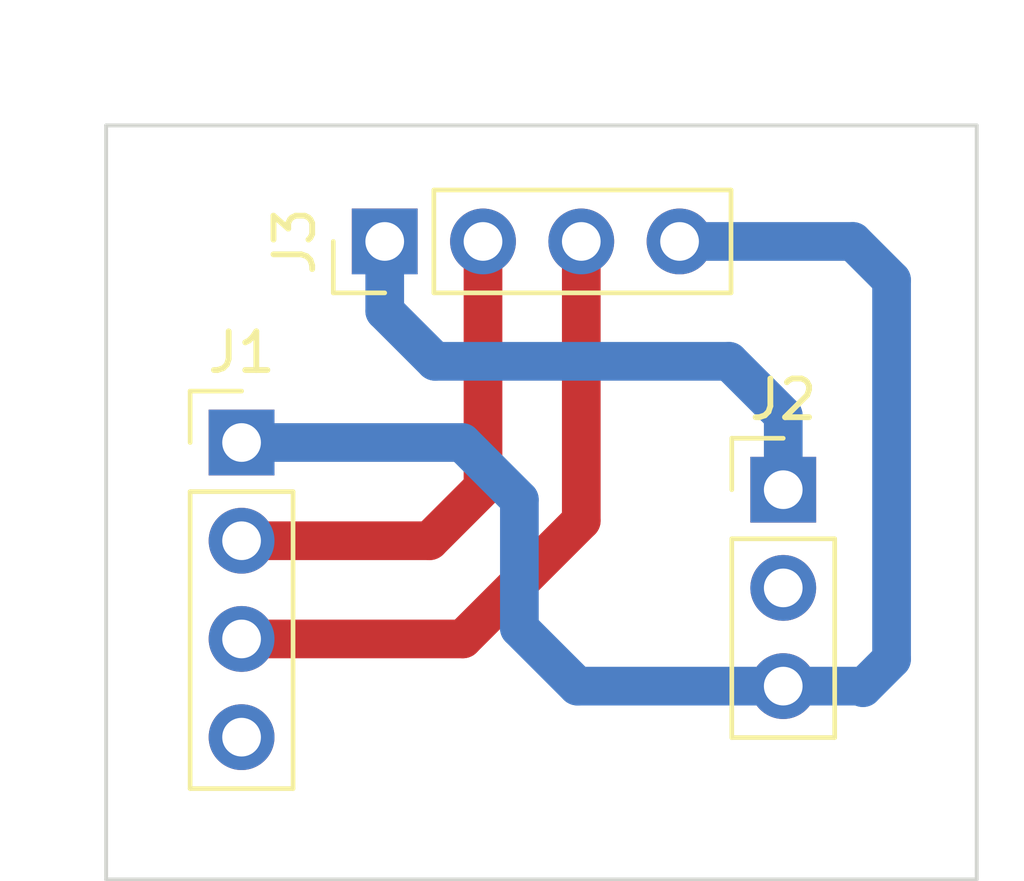
<source format=kicad_pcb>
(kicad_pcb (version 20241229) (generator "pcbnew") (generator_version "9.0")
  (layers (0 "F.Cu" signal) (2 "B.Cu" signal) (13 "F.Paste" user) (15 "B.Paste" user) (5 "F.SilkS" user "F.Silkscreen") (7 "B.SilkS" user "B.Silkscreen") (1 "F.Mask" user) (3 "B.Mask" user) (25 "Edge.Cuts" user))
  (net 0 "")
  (net 1 "DIR1")
  (net 2 "SCL1")
  (net 3 "VCC1")
  (net 4 "SDA1")
  (net 5 "OUT1")
  (net 6 "GPO1")
  (footprint "Connector_PinHeader_2.54mm:PinHeader_1x04_P2.54mm_Vertical" (layer "F.Cu") (at 104.3 53.9 90)
    (property "Reference" "J3" (at 0 -2.33 90) (layer "F.SilkS"))
    (property "Value" "Conn_01x04_Pin")
    (fp_line (start -1.33 -1.33) (end 0 -1.33) (stroke (width 0.12)) (layer "F.SilkS") (net 5374031))
    (fp_line (start -1.33 0) (end -1.33 -1.33) (stroke (width 0.12)) (layer "F.SilkS") (net 5374031))
    (fp_line (start 1.33 1.27) (end 1.33 8.95) (stroke (width 0.12)) (layer "F.SilkS") (net 5374031))
    (fp_line (start -1.33 1.27) (end 1.33 1.27) (stroke (width 0.12)) (layer "F.SilkS") (net 5374031))
    (fp_line (start -1.33 1.27) (end -1.33 8.95) (stroke (width 0.12)) (layer "F.SilkS") (net 5374031))
    (fp_line (start -1.33 8.95) (end 1.33 8.95) (stroke (width 0.12)) (layer "F.SilkS") (net 5374031))
    (pad "1" thru_hole rect (at 0 0 90) (size 1.7 1.7) (drill 1) (layers "*.Cu" "*.Mask") (net 3 "VCC1"))
    (pad "2" thru_hole oval (at 0 2.54 90) (size 1.7 1.7) (drill 1) (layers "*.Cu" "*.Mask") (net 2 "SCL1"))
    (pad "3" thru_hole oval (at 0 5.08 90) (size 1.7 1.7) (drill 1) (layers "*.Cu" "*.Mask") (net 4 "SDA1"))
    (pad "4" thru_hole oval (at 0 7.62 90) (size 1.7 1.7) (drill 1) (layers "*.Cu" "*.Mask") (net 1 "DIR1"))
  )
  (footprint "Connector_PinHeader_2.54mm:PinHeader_1x03_P2.54mm_Vertical" (layer "F.Cu") (at 114.6 60.32)
    (property "Reference" "J2" (at 0 -2.33 0) (layer "F.SilkS"))
    (property "Value" "Conn_01x03_Pin")
    (fp_line (start -1.33 -1.33) (end 0 -1.33) (stroke (width 0.12)) (layer "F.SilkS") (net 5374031))
    (fp_line (start -1.33 0) (end -1.33 -1.33) (stroke (width 0.12)) (layer "F.SilkS") (net 5374031))
    (fp_line (start -1.33 1.27) (end -1.33 6.41) (stroke (width 0.12)) (layer "F.SilkS") (net 5374031))
    (fp_line (start -1.33 1.27) (end 1.33 1.27) (stroke (width 0.12)) (layer "F.SilkS") (net 5374031))
    (fp_line (start -1.33 6.41) (end 1.33 6.41) (stroke (width 0.12)) (layer "F.SilkS") (net 5374031))
    (fp_line (start 1.33 1.27) (end 1.33 6.41) (stroke (width 0.12)) (layer "F.SilkS") (net 5374031))
    (pad "1" thru_hole rect (at 0 0) (size 1.7 1.7) (drill 1) (layers "*.Cu" "*.Mask") (net 3 "VCC1"))
    (pad "2" thru_hole oval (at 0 2.54) (size 1.7 1.7) (drill 1) (layers "*.Cu" "*.Mask") (net 5 "OUT1"))
    (pad "3" thru_hole oval (at 0 5.08) (size 1.7 1.7) (drill 1) (layers "*.Cu" "*.Mask") (net 1 "DIR1"))
  )
  (footprint "Connector_PinHeader_2.54mm:PinHeader_1x04_P2.54mm_Vertical" (layer "F.Cu") (at 100.6 59.1)
    (property "Reference" "J1" (at 0 -2.33 0) (layer "F.SilkS"))
    (property "Value" "Conn_01x04_Pin")
    (fp_line (start -1.33 -1.33) (end 0 -1.33) (stroke (width 0.12)) (layer "F.SilkS") (net 5374031))
    (fp_line (start -1.33 0) (end -1.33 -1.33) (stroke (width 0.12)) (layer "F.SilkS") (net 5374031))
    (fp_line (start -1.33 1.27) (end -1.33 8.95) (stroke (width 0.12)) (layer "F.SilkS") (net 5374031))
    (fp_line (start -1.33 1.27) (end 1.33 1.27) (stroke (width 0.12)) (layer "F.SilkS") (net 5374031))
    (fp_line (start -1.33 8.95) (end 1.33 8.95) (stroke (width 0.12)) (layer "F.SilkS") (net 5374031))
    (fp_line (start 1.33 1.27) (end 1.33 8.95) (stroke (width 0.12)) (layer "F.SilkS") (net 5374031))
    (pad "1" thru_hole rect (at 0 0) (size 1.7 1.7) (drill 1) (layers "*.Cu" "*.Mask") (net 1 "DIR1"))
    (pad "2" thru_hole oval (at 0 2.54) (size 1.7 1.7) (drill 1) (layers "*.Cu" "*.Mask") (net 2 "SCL1"))
    (pad "3" thru_hole oval (at 0 5.08) (size 1.7 1.7) (drill 1) (layers "*.Cu" "*.Mask") (net 4 "SDA1"))
    (pad "4" thru_hole oval (at 0 7.62) (size 1.7 1.7) (drill 1) (layers "*.Cu" "*.Mask") (net 6 "GPO1"))
  )
  (gr_line (start 119.6 50.9) (end 97.1 50.9) (stroke (width 0.1)) (layer "Edge.Cuts"))
  (gr_line (start 97.1 50.9) (end 97.1 70.4) (stroke (width 0.1)) (layer "Edge.Cuts"))
  (gr_line (start 97.1 70.4) (end 119.6 70.4) (stroke (width 0.1)) (layer "Edge.Cuts"))
  (gr_line (start 119.6 70.4) (end 119.6 50.9) (stroke (width 0.1)) (layer "Edge.Cuts"))
  (segment (start 107.78 60.58) (end 106.3 59.1) (width 1) (layer "B.Cu") (net 1))
  (segment (start 117.4 54.9) (end 116.4 53.9) (width 1) (layer "B.Cu") (net 1))
  (segment (start 106.3 59.1) (end 100.6 59.1) (width 1) (layer "B.Cu") (net 1))
  (segment (start 116.4 53.9) (end 111.92 53.9) (width 1) (layer "B.Cu") (net 1))
  (segment (start 107.78 63.9) (end 107.78 60.58) (width 1) (layer "B.Cu") (net 1))
  (segment (start 109.28 65.4) (end 107.78 63.9) (width 1) (layer "B.Cu") (net 1))
  (segment (start 117.4 64.7) (end 117.4 54.9) (width 1) (layer "B.Cu") (net 1))
  (segment (start 116.66 65.44) (end 116.62 65.4) (width 1) (layer "B.Cu") (net 1))
  (segment (start 116.62 65.4) (end 114.6 65.4) (width 1) (layer "B.Cu") (net 1))
  (segment (start 116.66 65.44) (end 117.4 64.7) (width 1) (layer "B.Cu") (net 1))
  (segment (start 114.6 65.4) (end 109.28 65.4) (width 1) (layer "B.Cu") (net 1))
  (segment (start 106.84 60.26) (end 105.46 61.64) (width 1) (layer "F.Cu") (net 2))
  (segment (start 106.84 53.9) (end 106.84 60.26) (width 1) (layer "F.Cu") (net 2))
  (segment (start 105.46 61.64) (end 100.6 61.64) (width 1) (layer "F.Cu") (net 2))
  (segment (start 105.6 57) (end 113.2 57) (width 1) (layer "B.Cu") (net 3))
  (segment (start 114.6 58.4) (end 114.6 60.32) (width 1) (layer "B.Cu") (net 3))
  (segment (start 104.3 53.9) (end 104.3 55.7) (width 1) (layer "B.Cu") (net 3))
  (segment (start 113.2 57) (end 114.6 58.4) (width 1) (layer "B.Cu") (net 3))
  (segment (start 104.3 55.7) (end 105.6 57) (width 1) (layer "B.Cu") (net 3))
  (segment (start 109.38 61.12) (end 106.32 64.18) (width 1) (layer "F.Cu") (net 4))
  (segment (start 106.32 64.18) (end 100.6 64.18) (width 1) (layer "F.Cu") (net 4))
  (segment (start 109.38 53.9) (end 109.38 61.12) (width 1) (layer "F.Cu") (net 4))
)
</source>
